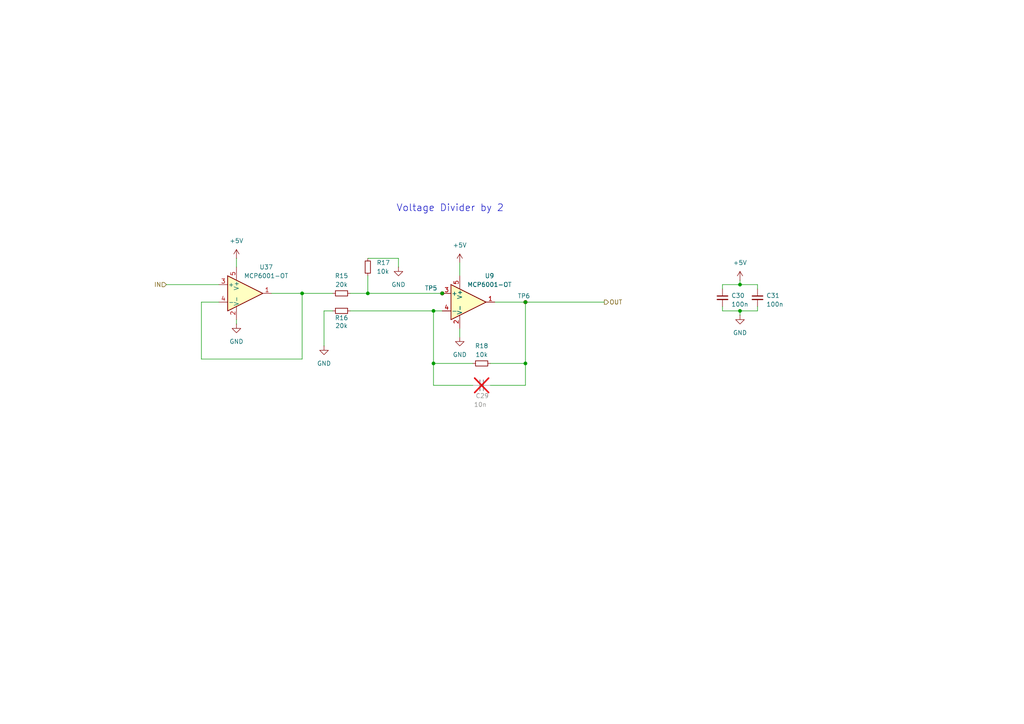
<source format=kicad_sch>
(kicad_sch (version 20231120) (generator "eeschema") (generator_version "8.0")
  (paper "A4")
  (lib_symbols
    (symbol "Amplifier_Operational:MCP6001-OT" (pin_names (offset 0.127))
      (property "Reference" "U" (at -1.27 6.35 0))
      (property "Value" "MCP6001-OT" (at -1.27 3.81 0))
      (symbol "MCP6001-OT_0_1"
        (polyline (pts (xy -5.08 5.08) (xy 5.08 0) (xy -5.08 -5.08) (xy -5.08 5.08)) (stroke (width 0.254)) (fill (type background)))
        (pin power_in line (at -2.54 -7.62 90) (length 3.81) (name "V-") (number "2"))
        (pin power_in line (at -2.54 7.62 270) (length 3.81) (name "V+") (number "5"))
      )
      (symbol "MCP6001-OT_1_1"
        (pin output line (at 7.62 0 180) (length 2.54) (name "~") (number "1"))
        (pin input line (at -7.62 2.54 0) (length 2.54) (name "+") (number "3"))
        (pin input line (at -7.62 -2.54 0) (length 2.54) (name "-") (number "4"))
      )
    )
    (symbol "Connector:TestPoint_Small" (pin_numbers hide) (pin_names (offset 0.762) hide)
      (property "Reference" "TP" (at 0 3.81 0))
      (property "Value" "TestPoint_Small" (at 0 2.032 0))
      (symbol "TestPoint_Small_0_1"
        (circle (center 0 0) (radius 0.508))
      )
      (symbol "TestPoint_Small_1_1"
        (pin passive line (at 0 0 90) (length 0) (name "1") (number "1"))
      )
    )
    (symbol "Device:C_Small" (pin_numbers hide) (pin_names (offset 0.254) hide)
      (property "Reference" "C" (at 0.254 1.778 0))
      (property "Value" "C_Small" (at 0.254 -2.032 0))
      (symbol "C_Small_0_1"
        (polyline (pts (xy -1.524 -0.508) (xy 1.524 -0.508)) (stroke (width 0.3302)))
        (polyline (pts (xy -1.524 0.508) (xy 1.524 0.508)) (stroke (width 0.3048)))
      )
      (symbol "C_Small_1_1"
        (pin passive line (at 0 2.54 270) (length 2.032) (name "~") (number "1"))
        (pin passive line (at 0 -2.54 90) (length 2.032) (name "~") (number "2"))
      )
    )
    (symbol "Device:R_Small" (pin_numbers hide) (pin_names (offset 0.254) hide)
      (property "Reference" "R" (at 0.762 0.508 0))
      (property "Value" "R_Small" (at 0.762 -1.016 0))
      (symbol "R_Small_0_1"
        (rectangle (start -0.762 1.778) (end 0.762 -1.778) (stroke (width 0.2032)))
      )
      (symbol "R_Small_1_1"
        (pin passive line (at 0 2.54 270) (length 0.762) (name "~") (number "1"))
        (pin passive line (at 0 -2.54 90) (length 0.762) (name "~") (number "2"))
      )
    )
    (symbol "power:+5V" (power) (pin_numbers hide) (pin_names (offset 0) hide)
      (property "Value" "+5V" (at 0 3.556 0))
      (symbol "+5V_0_1"
        (polyline (pts (xy -0.762 1.27) (xy 0 2.54)))
        (polyline (pts (xy 0 0) (xy 0 2.54)))
        (polyline (pts (xy 0 2.54) (xy 0.762 1.27)))
      )
      (symbol "+5V_1_1"
        (pin power_in line (at 0 0 90) (length 0) (name "~") (number "1"))
      )
    )
    (symbol "power:GND" (power) (pin_numbers hide) (pin_names (offset 0) hide)
      (property "Value" "GND" (at 0 -3.81 0))
      (symbol "GND_0_1"
        (polyline (pts (xy 0 0) (xy 0 -1.27) (xy 1.27 -1.27) (xy 0 -2.54) (xy -1.27 -1.27) (xy 0 -1.27)))
      )
      (symbol "GND_1_1"
        (pin power_in line (at 0 0 270) (length 0) (name "~") (number "1"))
      )
    )
  )
  (junction (at 214.63 90.17))
  (junction (at 128.27 85.09))
  (junction (at 87.63 85.09))
  (junction (at 152.4 87.63))
  (junction (at 125.73 105.41))
  (junction (at 106.68 85.09))
  (junction (at 214.63 82.55))
  (junction (at 125.73 90.17))
  (junction (at 152.4 105.41))
  (wire (pts (xy 219.71 90.17) (xy 214.63 90.17)))
  (wire (pts (xy 78.74 85.09) (xy 87.63 85.09)))
  (wire (pts (xy 214.63 91.44) (xy 214.63 90.17)))
  (wire (pts (xy 209.55 82.55) (xy 214.63 82.55)))
  (wire (pts (xy 152.4 87.63) (xy 152.4 105.41)))
  (wire (pts (xy 125.73 111.76) (xy 125.73 105.41)))
  (wire (pts (xy 68.58 92.71) (xy 68.58 93.98)))
  (wire (pts (xy 133.35 76.2) (xy 133.35 80.01)))
  (wire (pts (xy 209.55 88.9) (xy 209.55 90.17)))
  (wire (pts (xy 106.68 85.09) (xy 128.27 85.09)))
  (wire (pts (xy 58.42 104.14) (xy 87.63 104.14)))
  (wire (pts (xy 219.71 83.82) (xy 219.71 82.55)))
  (wire (pts (xy 106.68 80.01) (xy 106.68 85.09)))
  (wire (pts (xy 219.71 82.55) (xy 214.63 82.55)))
  (wire (pts (xy 209.55 82.55) (xy 209.55 83.82)))
  (wire (pts (xy 152.4 105.41) (xy 152.4 111.76)))
  (wire (pts (xy 58.42 87.63) (xy 58.42 104.14)))
  (wire (pts (xy 125.73 90.17) (xy 128.27 90.17)))
  (wire (pts (xy 152.4 87.63) (xy 175.26 87.63)))
  (wire (pts (xy 209.55 90.17) (xy 214.63 90.17)))
  (wire (pts (xy 115.57 74.93) (xy 115.57 77.47)))
  (wire (pts (xy 142.24 111.76) (xy 152.4 111.76)))
  (wire (pts (xy 63.5 87.63) (xy 58.42 87.63)))
  (wire (pts (xy 48.26 82.55) (xy 63.5 82.55)))
  (wire (pts (xy 214.63 82.55) (xy 214.63 81.28)))
  (wire (pts (xy 87.63 104.14) (xy 87.63 85.09)))
  (wire (pts (xy 93.98 90.17) (xy 93.98 100.33)))
  (wire (pts (xy 137.16 111.76) (xy 125.73 111.76)))
  (wire (pts (xy 133.35 95.25) (xy 133.35 97.79)))
  (wire (pts (xy 125.73 105.41) (xy 137.16 105.41)))
  (wire (pts (xy 143.51 87.63) (xy 152.4 87.63)))
  (wire (pts (xy 125.73 90.17) (xy 125.73 105.41)))
  (wire (pts (xy 87.63 85.09) (xy 96.52 85.09)))
  (wire (pts (xy 219.71 88.9) (xy 219.71 90.17)))
  (wire (pts (xy 101.6 85.09) (xy 106.68 85.09)))
  (wire (pts (xy 101.6 90.17) (xy 125.73 90.17)))
  (wire (pts (xy 68.58 74.93) (xy 68.58 77.47)))
  (wire (pts (xy 106.68 74.93) (xy 115.57 74.93)))
  (wire (pts (xy 142.24 105.41) (xy 152.4 105.41)))
  (wire (pts (xy 96.52 90.17) (xy 93.98 90.17)))
  (text "Voltage Divider by 2\n" (at 130.556 60.452 0) (effects (font (size 2 2))))
  (hierarchical_label "OUT" (shape output) (at 175.26 87.63 0))
  (hierarchical_label "IN" (shape input) (at 48.26 82.55 180))
  (symbol (lib_id "Device:C_Small") (at 209.55 86.36 0) (unit 1)
    (property "Reference" "C30" (at 212.09 85.7313 0) (effects (justify left)))
    (property "Value" "100n" (at 212.09 88.2713 0) (effects (justify left)))
    (property "Footprint" "Capacitor_SMD:C_0603_1608Metric" (effects (hide yes)))
  )
  (symbol (lib_id "power:GND") (at 115.57 77.47 0) (unit 1)
    (property "Reference" "#PWR067" (effects (hide yes)))
    (property "Value" "GND" (at 115.57 82.55 0))
    (property "Description" "Power symbol creates a global label with name \"GND\" , ground" (effects (hide yes)))
  )
  (symbol (lib_id "Device:R_Small") (at 106.68 77.47 180) (unit 1)
    (property "Reference" "R17" (at 109.22 76.1999 0) (effects (justify right)))
    (property "Value" "10k" (at 109.22 78.7399 0) (effects (justify right)))
    (property "Footprint" "Resistor_SMD:R_0603_1608Metric" (effects (hide yes)))
    (property "Description" "Resistor, small symbol" (effects (hide yes)))
  )
  (symbol (lib_id "power:+5V") (at 214.63 81.28 0) (unit 1)
    (property "Reference" "#PWR070" (effects (hide yes)))
    (property "Value" "+5V" (at 214.63 76.2 0))
    (property "Description" "Power symbol creates a global label with name \"+5V\"" (effects (hide yes)))
  )
  (symbol (lib_id "Connector:TestPoint_Small") (at 128.27 85.09 0) (unit 1)
    (property "Reference" "TP5" (at 123.19 83.566 0) (effects (justify left)))
    (property "Value" "TestPoint_Small" (effects (hide yes)))
    (property "Footprint" "TestPoint:TestPoint_THTPad_D1.0mm_Drill0.5mm" (effects (hide yes)))
    (property "Description" "test point" (effects (hide yes)))
  )
  (symbol (lib_id "power:+5V") (at 68.58 74.93 0) (unit 1)
    (property "Reference" "#PWR068" (effects (hide yes)))
    (property "Value" "+5V" (at 68.58 69.85 0))
    (property "Description" "Power symbol creates a global label with name \"+5V\"" (effects (hide yes)))
  )
  (symbol (lib_id "Device:C_Small") (at 219.71 86.36 0) (unit 1)
    (property "Reference" "C31" (at 222.25 85.7313 0) (effects (justify left)))
    (property "Value" "100n" (at 222.25 88.2713 0) (effects (justify left)))
    (property "Footprint" "Capacitor_SMD:C_0603_1608Metric" (effects (hide yes)))
  )
  (symbol (lib_id "Device:R_Small") (at 99.06 85.09 90) (unit 1)
    (property "Reference" "R15" (at 99.06 80.01 90))
    (property "Value" "20k" (at 99.06 82.55 90))
    (property "Footprint" "Resistor_SMD:R_0603_1608Metric" (effects (hide yes)))
    (property "Description" "Resistor, small symbol" (effects (hide yes)))
  )
  (symbol (lib_id "Amplifier_Operational:MCP6001-OT") (at 71.12 85.09 0) (unit 1)
    (property "Reference" "U37" (at 77.216 77.47 0))
    (property "Value" "MCP6001-OT" (at 77.216 80.01 0))
    (property "Footprint" "Package_TO_SOT_SMD:SOT-23-5" (effects (hide yes)))
    (property "Datasheet" "https://ww1.microchip.com/downloads/en/DeviceDoc/MCP6001-1R-1U-2-4-1-MHz-Low-Power-Op-Amp-DS20001733L.pdf" (effects (hide yes)))
    (property "Description" "1MHz, Low-Power Op Amp, SOT-23-5" (effects (hide yes)))
  )
  (symbol (lib_id "power:GND") (at 93.98 100.33 0) (unit 1)
    (property "Reference" "#PWR066" (effects (hide yes)))
    (property "Value" "GND" (at 93.98 105.41 0))
    (property "Description" "Power symbol creates a global label with name \"GND\" , ground" (effects (hide yes)))
  )
  (symbol (lib_id "power:GND") (at 68.58 93.98 0) (unit 1)
    (property "Reference" "#PWR075" (effects (hide yes)))
    (property "Value" "GND" (at 68.58 99.06 0))
    (property "Description" "Power symbol creates a global label with name \"GND\" , ground" (effects (hide yes)))
  )
  (symbol (lib_id "Device:C_Small") (at 139.7 111.76 270) (unit 1) (dnp yes)
    (property "Reference" "C29" (at 137.922 114.808 90) (effects (justify left)))
    (property "Value" "10n" (at 137.414 117.348 90) (effects (justify left)))
    (property "Footprint" "Capacitor_SMD:C_0603_1608Metric" (effects (hide yes)))
  )
  (symbol (lib_id "Connector:TestPoint_Small") (at 152.4 87.63 0) (unit 1)
    (property "Reference" "TP6" (at 150.114 85.852 0) (effects (justify left)))
    (property "Value" "TestPoint_Small" (effects (hide yes)))
    (property "Footprint" "TestPoint:TestPoint_THTPad_D1.0mm_Drill0.5mm" (effects (hide yes)))
    (property "Description" "test point" (effects (hide yes)))
  )
  (symbol (lib_id "power:GND") (at 214.63 91.44 0) (unit 1)
    (property "Reference" "#PWR071" (effects (hide yes)))
    (property "Value" "GND" (at 214.63 96.52 0))
  )
  (symbol (lib_id "Amplifier_Operational:MCP6001-OT") (at 135.89 87.63 0) (unit 1)
    (property "Reference" "U9" (at 141.986 80.01 0))
    (property "Value" "MCP6001-OT" (at 141.986 82.55 0))
    (property "Footprint" "Package_TO_SOT_SMD:SOT-23-5" (effects (hide yes)))
    (property "Datasheet" "https://ww1.microchip.com/downloads/en/DeviceDoc/MCP6001-1R-1U-2-4-1-MHz-Low-Power-Op-Amp-DS20001733L.pdf" (effects (hide yes)))
    (property "Description" "1MHz, Low-Power Op Amp, SOT-23-5" (effects (hide yes)))
  )
  (symbol (lib_id "power:GND") (at 133.35 97.79 0) (unit 1)
    (property "Reference" "#PWR069" (effects (hide yes)))
    (property "Value" "GND" (at 133.35 102.87 0))
    (property "Description" "Power symbol creates a global label with name \"GND\" , ground" (effects (hide yes)))
  )
  (symbol (lib_id "power:+5V") (at 133.35 76.2 0) (unit 1)
    (property "Reference" "#PWR074" (effects (hide yes)))
    (property "Value" "+5V" (at 133.35 71.12 0))
    (property "Description" "Power symbol creates a global label with name \"+5V\"" (effects (hide yes)))
  )
  (symbol (lib_id "Device:R_Small") (at 139.7 105.41 90) (unit 1)
    (property "Reference" "R18" (at 139.7 100.33 90))
    (property "Value" "10k" (at 139.7 102.87 90))
    (property "Footprint" "Resistor_SMD:R_0603_1608Metric" (effects (hide yes)))
    (property "Description" "Resistor, small symbol" (effects (hide yes)))
  )
  (symbol (lib_id "Device:R_Small") (at 99.06 90.17 90) (unit 1)
    (property "Reference" "R16" (at 99.06 92.202 90))
    (property "Value" "20k" (at 99.06 94.488 90))
    (property "Footprint" "Resistor_SMD:R_0603_1608Metric" (effects (hide yes)))
    (property "Description" "Resistor, small symbol" (effects (hide yes)))
  )
)
</source>
